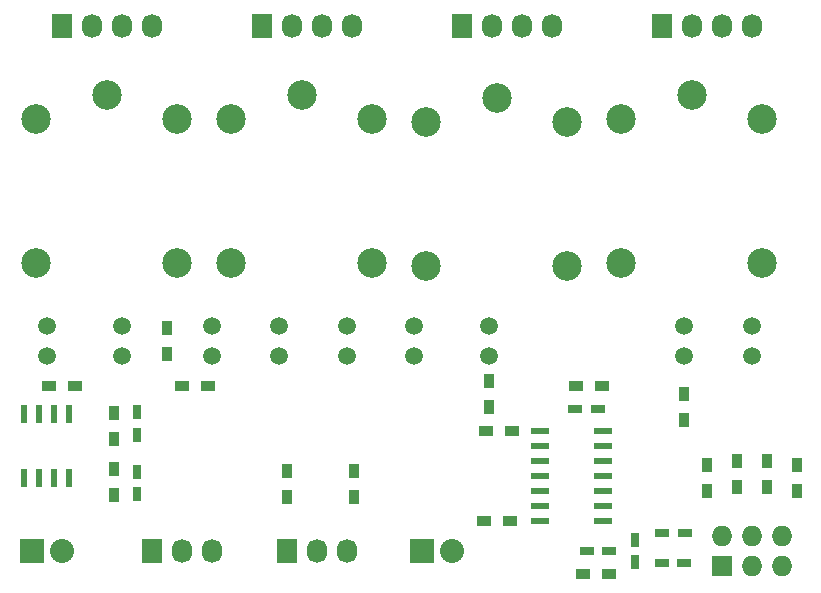
<source format=gbr>
G04 #@! TF.FileFunction,Soldermask,Top*
%FSLAX46Y46*%
G04 Gerber Fmt 4.6, Leading zero omitted, Abs format (unit mm)*
G04 Created by KiCad (PCBNEW (2015-10-25 BZR 6279)-product) date Monday 26. October 2015 20.42.08*
%MOMM*%
G01*
G04 APERTURE LIST*
%ADD10C,0.100000*%
%ADD11C,2.500000*%
%ADD12C,1.501140*%
%ADD13R,1.200000X0.750000*%
%ADD14R,0.750000X1.200000*%
%ADD15R,1.727200X2.032000*%
%ADD16O,1.727200X2.032000*%
%ADD17R,1.727200X1.727200*%
%ADD18O,1.727200X1.727200*%
%ADD19R,2.032000X2.032000*%
%ADD20O,2.032000X2.032000*%
%ADD21R,0.900000X1.200000*%
%ADD22R,1.200000X0.900000*%
%ADD23R,1.500000X0.600000*%
%ADD24R,0.600000X1.550000*%
G04 APERTURE END LIST*
D10*
D11*
X160940000Y-75180000D03*
X160940000Y-87380000D03*
X148940000Y-75180000D03*
X148940000Y-87380000D03*
X154940000Y-73180000D03*
D12*
X169545000Y-92710000D03*
X169545000Y-95250000D03*
X149860000Y-92710000D03*
X149860000Y-95250000D03*
X187325000Y-92710000D03*
X187325000Y-95250000D03*
X180975000Y-92710000D03*
X180975000Y-95250000D03*
D13*
X195580000Y-111760000D03*
X197480000Y-111760000D03*
D12*
X175260000Y-92710000D03*
X175260000Y-95250000D03*
X163830000Y-92710000D03*
X163830000Y-95250000D03*
X203835000Y-92710000D03*
X203835000Y-95250000D03*
X209550000Y-92710000D03*
X209550000Y-95250000D03*
X156210000Y-95250000D03*
X156210000Y-92710000D03*
D13*
X194630000Y-99695000D03*
X196530000Y-99695000D03*
D14*
X157480000Y-106934000D03*
X157480000Y-105034000D03*
X157480000Y-100015000D03*
X157480000Y-101915000D03*
D11*
X193960000Y-75430000D03*
X193960000Y-87630000D03*
X181960000Y-75430000D03*
X181960000Y-87630000D03*
X187960000Y-73430000D03*
X177450000Y-75180000D03*
X177450000Y-87380000D03*
X165450000Y-75180000D03*
X165450000Y-87380000D03*
X171450000Y-73180000D03*
X210470000Y-75180000D03*
X210470000Y-87380000D03*
X198470000Y-75180000D03*
X198470000Y-87380000D03*
X204470000Y-73180000D03*
D15*
X170180000Y-111760000D03*
D16*
X172720000Y-111760000D03*
X175260000Y-111760000D03*
D15*
X158750000Y-111760000D03*
D16*
X161290000Y-111760000D03*
X163830000Y-111760000D03*
D17*
X207010000Y-113030000D03*
D18*
X207010000Y-110490000D03*
X209550000Y-113030000D03*
X209550000Y-110490000D03*
X212090000Y-113030000D03*
X212090000Y-110490000D03*
D19*
X181610000Y-111760000D03*
D20*
X184150000Y-111760000D03*
D19*
X148590000Y-111760000D03*
D20*
X151130000Y-111760000D03*
D15*
X201929999Y-67310000D03*
D16*
X204469999Y-67310000D03*
X207009999Y-67310000D03*
X209549999Y-67310000D03*
D15*
X184996666Y-67310000D03*
D16*
X187536666Y-67310000D03*
X190076666Y-67310000D03*
X192616666Y-67310000D03*
D15*
X151130000Y-67310000D03*
D16*
X153670000Y-67310000D03*
X156210000Y-67310000D03*
X158750000Y-67310000D03*
D15*
X168063333Y-67310000D03*
D16*
X170603333Y-67310000D03*
X173143333Y-67310000D03*
X175683333Y-67310000D03*
D21*
X170180000Y-107145000D03*
X170180000Y-104945000D03*
X175895000Y-107145000D03*
X175895000Y-104945000D03*
D22*
X187030000Y-101600000D03*
X189230000Y-101600000D03*
D21*
X187325000Y-97325000D03*
X187325000Y-99525000D03*
D22*
X152230000Y-97790000D03*
X150030000Y-97790000D03*
D21*
X213360000Y-104480000D03*
X213360000Y-106680000D03*
X205740000Y-104480000D03*
X205740000Y-106680000D03*
D22*
X195285000Y-113665000D03*
X197485000Y-113665000D03*
X186860000Y-109220000D03*
X189060000Y-109220000D03*
D21*
X203835000Y-98425000D03*
X203835000Y-100625000D03*
D22*
X163490000Y-97790000D03*
X161290000Y-97790000D03*
D21*
X210820000Y-104140000D03*
X210820000Y-106340000D03*
X208280000Y-104140000D03*
X208280000Y-106340000D03*
D22*
X194650000Y-97790000D03*
X196850000Y-97790000D03*
D21*
X160020000Y-92880000D03*
X160020000Y-95080000D03*
X155575000Y-106975000D03*
X155575000Y-104775000D03*
X155575000Y-102235000D03*
X155575000Y-100035000D03*
D23*
X191610000Y-101600000D03*
X191610000Y-102870000D03*
X191610000Y-104140000D03*
X191610000Y-105410000D03*
X191610000Y-106680000D03*
X191610000Y-107950000D03*
X191610000Y-109220000D03*
X197010000Y-109220000D03*
X197010000Y-107950000D03*
X197010000Y-106680000D03*
X197010000Y-105410000D03*
X197010000Y-104140000D03*
X197010000Y-102870000D03*
X197010000Y-101600000D03*
D24*
X151765000Y-100170000D03*
X150495000Y-100170000D03*
X149225000Y-100170000D03*
X147955000Y-100170000D03*
X147955000Y-105570000D03*
X149225000Y-105570000D03*
X150495000Y-105570000D03*
X151765000Y-105570000D03*
D13*
X203830000Y-112776000D03*
X201930000Y-112776000D03*
X203896000Y-110236000D03*
X201996000Y-110236000D03*
D14*
X199644000Y-112710000D03*
X199644000Y-110810000D03*
M02*

</source>
